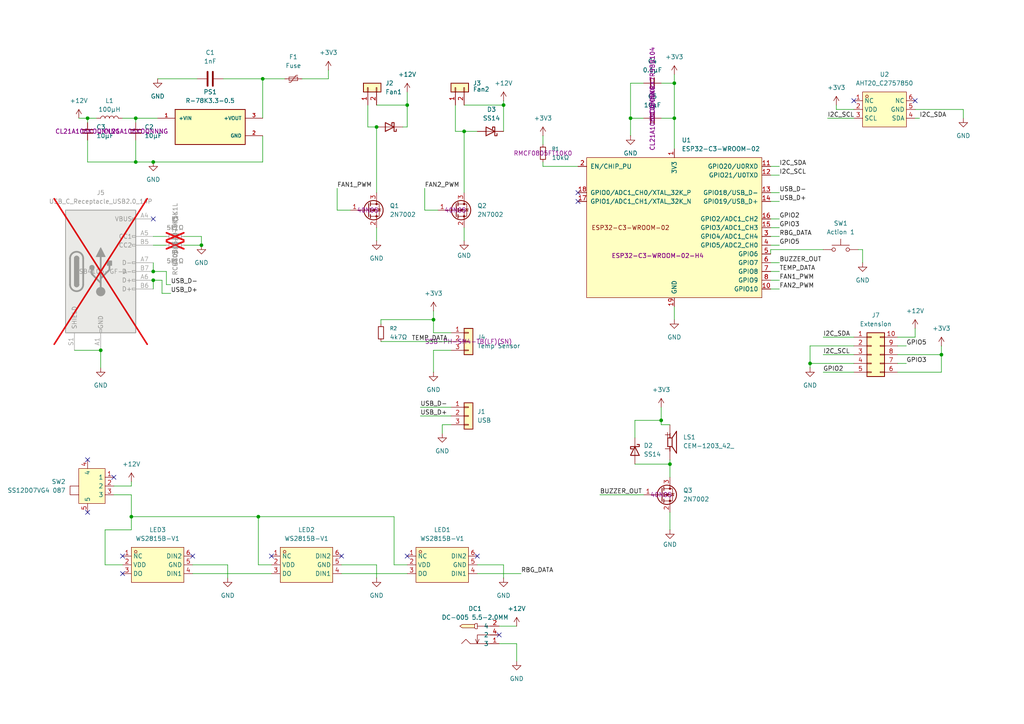
<source format=kicad_sch>
(kicad_sch (version 20250114) (generator "eeschema") (generator_version "9.0")
  (paper "A4")
  (title_block (rev "3"))
  (lib_symbols
    (symbol "CEM-1203_42_:CEM-1203_42_" (pin_numbers (hide yes)) (pin_names (offset 1.016) (hide yes))
      (property "Reference" "LS" (at -3.81 8.9154 0))
      (property "Value" "CEM-1203_42_" (at -3.81 -11.4554 0))
      (symbol "CEM-1203_42__0_0"
        (polyline (pts (xy -0.635 1.27) (xy 0 1.27)) (stroke (width 0.254)))
        (polyline (pts (xy -0.635 -1.27) (xy -0.635 1.27)) (stroke (width 0.254)))
        (polyline (pts (xy 0 1.27) (xy 0 2.54)) (stroke (width 0.254)))
        (polyline (pts (xy 0 1.27) (xy 0.635 1.27)) (stroke (width 0.254)))
        (polyline (pts (xy 0 -1.27) (xy -0.635 -1.27)) (stroke (width 0.254)))
        (polyline (pts (xy 0 -1.27) (xy 0 -2.54)) (stroke (width 0.254)))
        (polyline (pts (xy 0.635 1.27) (xy 0.635 -1.27)) (stroke (width 0.254)))
        (polyline (pts (xy 0.635 1.27) (xy 1.905 3.175)) (stroke (width 0.254)))
        (polyline (pts (xy 0.635 -1.27) (xy 0 -1.27)) (stroke (width 0.254)))
        (polyline (pts (xy 1.905 3.175) (xy 1.905 -3.175)) (stroke (width 0.254)))
        (polyline (pts (xy 1.905 -3.175) (xy 0.635 -1.27)) (stroke (width 0.254)))
        (text "+" (at -1.905 1.27 0) (effects (font (size 1.778 1.778)) (justify left bottom)))
        (text "-" (at -1.905 -2.794 0) (effects (font (size 1.778 1.778)) (justify left bottom)))
        (pin passive line (at 0 5.08 270) (length 2.54) (name "~") (number "P"))
        (pin passive line (at 0 -5.08 90) (length 2.54) (name "~") (number "N"))
      )
    )
    (symbol "Connector:USB_C_Receptacle_USB2.0_14P" (pin_names (offset 1.016))
      (property "Reference" "J" (at 0 22.225 0))
      (property "Value" "USB_C_Receptacle_USB2.0_14P" (at 0 19.685 0))
      (symbol "USB_C_Receptacle_USB2.0_14P_0_0"
        (rectangle (start -0.254 -17.78) (end 0.254 -16.764))
        (rectangle (start 10.16 15.494) (end 9.144 14.986))
        (rectangle (start 10.16 10.414) (end 9.144 9.906))
        (rectangle (start 10.16 7.874) (end 9.144 7.366))
        (rectangle (start 10.16 2.794) (end 9.144 2.286))
        (rectangle (start 10.16 0.254) (end 9.144 -0.254))
        (rectangle (start 10.16 -2.286) (end 9.144 -2.794))
        (rectangle (start 10.16 -4.826) (end 9.144 -5.334))
      )
      (symbol "USB_C_Receptacle_USB2.0_14P_0_1"
        (rectangle (start -10.16 17.78) (end 10.16 -17.78) (stroke (width 0.254)) (fill (type background)))
        (polyline (pts (xy -8.89 -3.81) (xy -8.89 3.81)) (stroke (width 0.508)))
        (rectangle (start -7.62 -3.81) (end -6.35 3.81) (stroke (width 0.254)) (fill (type outline)))
        (arc (start -7.62 3.81) (mid -6.985 4.4423) (end -6.35 3.81) (stroke (width 0.254)))
        (arc (start -7.62 3.81) (mid -6.985 4.4423) (end -6.35 3.81) (stroke (width 0.254)) (fill (type outline)))
        (arc (start -8.89 3.81) (mid -6.985 5.7067) (end -5.08 3.81) (stroke (width 0.508)))
        (arc (start -5.08 -3.81) (mid -6.985 -5.7067) (end -8.89 -3.81) (stroke (width 0.508)))
        (arc (start -6.35 -3.81) (mid -6.985 -4.4423) (end -7.62 -3.81) (stroke (width 0.254)))
        (arc (start -6.35 -3.81) (mid -6.985 -4.4423) (end -7.62 -3.81) (stroke (width 0.254)) (fill (type outline)))
        (polyline (pts (xy -5.08 3.81) (xy -5.08 -3.81)) (stroke (width 0.508)))
        (circle (center -2.54 1.143) (radius 0.635) (stroke (width 0.254)) (fill (type outline)))
        (polyline (pts (xy -1.27 4.318) (xy 0 6.858) (xy 1.27 4.318) (xy -1.27 4.318)) (stroke (width 0.254)) (fill (type outline)))
        (polyline (pts (xy 0 -2.032) (xy 2.54 0.508) (xy 2.54 1.778)) (stroke (width 0.508)))
        (polyline (pts (xy 0 -3.302) (xy -2.54 -0.762) (xy -2.54 0.508)) (stroke (width 0.508)))
        (polyline (pts (xy 0 -5.842) (xy 0 4.318)) (stroke (width 0.508)))
        (circle (center 0 -5.842) (radius 1.27) (fill (type outline)))
        (rectangle (start 1.905 1.778) (end 3.175 3.048) (stroke (width 0.254)) (fill (type outline)))
      )
      (symbol "USB_C_Receptacle_USB2.0_14P_1_1"
        (pin passive line (at -7.62 -22.86 90) (length 5.08) (name "SHIELD") (number "S1"))
        (pin passive line (at 0 -22.86 90) (length 5.08) (name "GND") (number "A1"))
        (pin passive line (at 0 -22.86 90) (length 5.08) (hide yes) (name "GND") (number "A12"))
        (pin passive line (at 0 -22.86 90) (length 5.08) (hide yes) (name "GND") (number "B1"))
        (pin passive line (at 0 -22.86 90) (length 5.08) (hide yes) (name "GND") (number "B12"))
        (pin passive line (at 15.24 15.24 180) (length 5.08) (name "VBUS") (number "A4"))
        (pin passive line (at 15.24 15.24 180) (length 5.08) (hide yes) (name "VBUS") (number "A9"))
        (pin passive line (at 15.24 15.24 180) (length 5.08) (hide yes) (name "VBUS") (number "B4"))
        (pin passive line (at 15.24 15.24 180) (length 5.08) (hide yes) (name "VBUS") (number "B9"))
        (pin bidirectional line (at 15.24 10.16 180) (length 5.08) (name "CC1") (number "A5"))
        (pin bidirectional line (at 15.24 7.62 180) (length 5.08) (name "CC2") (number "B5"))
        (pin bidirectional line (at 15.24 2.54 180) (length 5.08) (name "D-") (number "A7"))
        (pin bidirectional line (at 15.24 0 180) (length 5.08) (name "D-") (number "B7"))
        (pin bidirectional line (at 15.24 -2.54 180) (length 5.08) (name "D+") (number "A6"))
        (pin bidirectional line (at 15.24 -5.08 180) (length 5.08) (name "D+") (number "B6"))
      )
    )
    (symbol "Connector_Generic:Conn_01x02" (pin_names (offset 1.016) (hide yes))
      (property "Reference" "J" (at 0 2.54 0))
      (property "Value" "Conn_01x02" (at 0 -5.08 0))
      (symbol "Conn_01x02_1_1"
        (rectangle (start -1.27 1.27) (end 1.27 -3.81) (stroke (width 0.254)) (fill (type background)))
        (rectangle (start -1.27 0.127) (end 0 -0.127) (stroke (width 0.1524)))
        (rectangle (start -1.27 -2.413) (end 0 -2.667) (stroke (width 0.1524)))
        (pin passive line (at -5.08 0 0) (length 3.81) (name "Pin_1") (number "1"))
        (pin passive line (at -5.08 -2.54 0) (length 3.81) (name "Pin_2") (number "2"))
      )
    )
    (symbol "Connector_Generic:Conn_01x03" (pin_names (offset 1.016) (hide yes))
      (property "Reference" "J" (at 0 5.08 0))
      (property "Value" "Conn_01x03" (at 0 -5.08 0))
      (symbol "Conn_01x03_1_1"
        (rectangle (start -1.27 3.81) (end 1.27 -3.81) (stroke (width 0.254)) (fill (type background)))
        (rectangle (start -1.27 2.667) (end 0 2.413) (stroke (width 0.1524)))
        (rectangle (start -1.27 0.127) (end 0 -0.127) (stroke (width 0.1524)))
        (rectangle (start -1.27 -2.413) (end 0 -2.667) (stroke (width 0.1524)))
        (pin passive line (at -5.08 2.54 0) (length 3.81) (name "Pin_1") (number "1"))
        (pin passive line (at -5.08 0 0) (length 3.81) (name "Pin_2") (number "2"))
        (pin passive line (at -5.08 -2.54 0) (length 3.81) (name "Pin_3") (number "3"))
      )
    )
    (symbol "Connector_Generic:Conn_02x05_Counter_Clockwise" (pin_names (offset 1.016) (hide yes))
      (property "Reference" "J" (at 1.27 7.62 0))
      (property "Value" "Conn_02x05_Counter_Clockwise" (at 1.27 -7.62 0))
      (symbol "Conn_02x05_Counter_Clockwise_1_1"
        (rectangle (start -1.27 6.35) (end 3.81 -6.35) (stroke (width 0.254)) (fill (type background)))
        (rectangle (start -1.27 5.207) (end 0 4.953) (stroke (width 0.1524)))
        (rectangle (start -1.27 2.667) (end 0 2.413) (stroke (width 0.1524)))
        (rectangle (start -1.27 0.127) (end 0 -0.127) (stroke (width 0.1524)))
        (rectangle (start -1.27 -2.413) (end 0 -2.667) (stroke (width 0.1524)))
        (rectangle (start -1.27 -4.953) (end 0 -5.207) (stroke (width 0.1524)))
        (rectangle (start 3.81 5.207) (end 2.54 4.953) (stroke (width 0.1524)))
        (rectangle (start 3.81 2.667) (end 2.54 2.413) (stroke (width 0.1524)))
        (rectangle (start 3.81 0.127) (end 2.54 -0.127) (stroke (width 0.1524)))
        (rectangle (start 3.81 -2.413) (end 2.54 -2.667) (stroke (width 0.1524)))
        (rectangle (start 3.81 -4.953) (end 2.54 -5.207) (stroke (width 0.1524)))
        (pin passive line (at -5.08 5.08 0) (length 3.81) (name "Pin_1") (number "1"))
        (pin passive line (at -5.08 2.54 0) (length 3.81) (name "Pin_2") (number "2"))
        (pin passive line (at -5.08 0 0) (length 3.81) (name "Pin_3") (number "3"))
        (pin passive line (at -5.08 -2.54 0) (length 3.81) (name "Pin_4") (number "4"))
        (pin passive line (at -5.08 -5.08 0) (length 3.81) (name "Pin_5") (number "5"))
        (pin passive line (at 7.62 5.08 180) (length 3.81) (name "Pin_10") (number "10"))
        (pin passive line (at 7.62 2.54 180) (length 3.81) (name "Pin_9") (number "9"))
        (pin passive line (at 7.62 0 180) (length 3.81) (name "Pin_8") (number "8"))
        (pin passive line (at 7.62 -2.54 180) (length 3.81) (name "Pin_7") (number "7"))
        (pin passive line (at 7.62 -5.08 180) (length 3.81) (name "Pin_6") (number "6"))
      )
    )
    (symbol "Device:C" (pin_numbers (hide yes)) (pin_names (offset 0.254))
      (property "Reference" "C" (at 0.635 2.54 0))
      (property "Value" "C" (at 0.635 -2.54 0))
      (symbol "C_0_1"
        (polyline (pts (xy -2.032 0.762) (xy 2.032 0.762)) (stroke (width 0.508)))
        (polyline (pts (xy -2.032 -0.762) (xy 2.032 -0.762)) (stroke (width 0.508)))
      )
      (symbol "C_1_1"
        (pin passive line (at 0 3.81 270) (length 2.794) (name "~") (number "1"))
        (pin passive line (at 0 -3.81 90) (length 2.794) (name "~") (number "2"))
      )
    )
    (symbol "Device:C_Small" (pin_numbers (hide yes)) (pin_names (offset 0.254) (hide yes))
      (property "Reference" "C" (at 0.254 1.778 0))
      (property "Value" "C_Small" (at 0.254 -2.032 0))
      (symbol "C_Small_0_1"
        (polyline (pts (xy -1.524 0.508) (xy 1.524 0.508)) (stroke (width 0.3048)))
        (polyline (pts (xy -1.524 -0.508) (xy 1.524 -0.508)) (stroke (width 0.3302)))
      )
      (symbol "C_Small_1_1"
        (pin passive line (at 0 2.54 270) (length 2.032) (name "~") (number "1"))
        (pin passive line (at 0 -2.54 90) (length 2.032) (name "~") (number "2"))
      )
    )
    (symbol "Device:L" (pin_numbers (hide yes)) (pin_names (offset 1.016) (hide yes))
      (property "Reference" "L" (at -1.27 0 90))
      (property "Value" "L" (at 1.905 0 90))
      (symbol "L_0_1"
        (arc (start 0 2.54) (mid 0.6323 1.905) (end 0 1.27))
        (arc (start 0 1.27) (mid 0.6323 0.635) (end 0 0))
        (arc (start 0 0) (mid 0.6323 -0.635) (end 0 -1.27))
        (arc (start 0 -1.27) (mid 0.6323 -1.905) (end 0 -2.54))
      )
      (symbol "L_1_1"
        (pin passive line (at 0 3.81 270) (length 1.27) (name "1") (number "1"))
        (pin passive line (at 0 -3.81 90) (length 1.27) (name "2") (number "2"))
      )
    )
    (symbol "Device:Polyfuse_Small" (pin_numbers (hide yes)) (pin_names (offset 0))
      (property "Reference" "F" (at -1.905 0 90))
      (property "Value" "Polyfuse_Small" (at 1.905 0 90))
      (symbol "Polyfuse_Small_0_1"
        (polyline (pts (xy -1.016 1.27) (xy -1.016 0.762) (xy 1.016 -0.762) (xy 1.016 -1.27)))
        (rectangle (start -0.508 1.27) (end 0.508 -1.27))
        (polyline (pts (xy 0 2.54) (xy 0 -2.54)))
      )
      (symbol "Polyfuse_Small_1_1"
        (pin passive line (at 0 2.54 270) (length 0.635) (name "~") (number "1"))
        (pin passive line (at 0 -2.54 90) (length 0.635) (name "~") (number "2"))
      )
    )
    (symbol "Device:R_Small" (pin_numbers (hide yes)) (pin_names (offset 0.254) (hide yes))
      (property "Reference" "R" (at 0 0 90))
      (property "Value" "R_Small" (at 1.778 0 90))
      (symbol "R_Small_0_1"
        (rectangle (start -0.762 1.778) (end 0.762 -1.778) (stroke (width 0.2032)))
      )
      (symbol "R_Small_1_1"
        (pin passive line (at 0 2.54 270) (length 0.762) (name "~") (number "1"))
        (pin passive line (at 0 -2.54 90) (length 0.762) (name "~") (number "2"))
      )
    )
    (symbol "Diode:SS14" (pin_numbers (hide yes)) (pin_names (offset 1.016) (hide yes))
      (property "Reference" "D" (at 0 2.54 0))
      (property "Value" "SS14" (at 0 -2.54 0))
      (symbol "SS14_0_1"
        (polyline (pts (xy -1.905 0.635) (xy -1.905 1.27) (xy -1.27 1.27) (xy -1.27 -1.27) (xy -0.635 -1.27) (xy -0.635 -0.635)) (stroke (width 0.254)))
        (polyline (pts (xy 1.27 1.27) (xy 1.27 -1.27) (xy -1.27 0) (xy 1.27 1.27)) (stroke (width 0.254)))
        (polyline (pts (xy 1.27 0) (xy -1.27 0)))
      )
      (symbol "SS14_1_1"
        (pin passive line (at -3.81 0 0) (length 2.54) (name "K") (number "1"))
        (pin passive line (at 3.81 0 180) (length 2.54) (name "A") (number "2"))
      )
    )
    (symbol "PCM_Espressif:ESP32-C3-WROOM-02" (pin_names (offset 1.016))
      (property "Reference" "U" (at -25.4 25.4 0))
      (property "Value" "ESP32-C3-WROOM-02" (at -25.4 22.86 0))
      (symbol "ESP32-C3-WROOM-02_0_0"
        (text "ESP32-C3-WROOM-02" (at -12.7 0 0) (effects (font (size 1.27 1.27))))
      )
      (symbol "ESP32-C3-WROOM-02_0_1"
        (rectangle (start 25.4 20.32) (end -25.4 -20.32) (fill (type background)))
      )
      (symbol "ESP32-C3-WROOM-02_1_1"
        (pin input line (at -27.94 17.78 0) (length 2.54) (name "EN/CHIP_PU") (number "2"))
        (pin bidirectional line (at -27.94 10.16 0) (length 2.54) (name "GPIO0/ADC1_CH0/XTAL_32K_P") (number "18"))
        (pin bidirectional line (at -27.94 7.62 0) (length 2.54) (name "GPIO1/ADC1_CH1/XTAL_32K_N") (number "17"))
        (pin power_in line (at 0 22.86 270) (length 2.54) (name "3V3") (number "1"))
        (pin power_in line (at 0 -22.86 90) (length 2.54) (name "GND") (number "19"))
        (pin passive line (at 0 -22.86 90) (length 2.54) (hide yes) (name "GND") (number "9"))
        (pin bidirectional line (at 27.94 17.78 180) (length 2.54) (name "GPIO20/U0RXD") (number "11"))
        (pin bidirectional line (at 27.94 15.24 180) (length 2.54) (name "GPIO21/U0TXD") (number "12"))
        (pin bidirectional line (at 27.94 10.16 180) (length 2.54) (name "GPIO18/USB_D-") (number "13"))
        (pin bidirectional line (at 27.94 7.62 180) (length 2.54) (name "GPIO19/USB_D+") (number "14"))
        (pin bidirectional line (at 27.94 2.54 180) (length 2.54) (name "GPIO2/ADC1_CH2") (number "16"))
        (pin bidirectional line (at 27.94 0 180) (length 2.54) (name "GPIO3/ADC1_CH3") (number "15"))
        (pin bidirectional line (at 27.94 -2.54 180) (length 2.54) (name "GPIO4/ADC1_CH4") (number "3"))
        (pin bidirectional line (at 27.94 -5.08 180) (length 2.54) (name "GPIO5/ADC2_CH0") (number "4"))
        (pin bidirectional line (at 27.94 -7.62 180) (length 2.54) (name "GPIO6") (number "5"))
        (pin bidirectional line (at 27.94 -10.16 180) (length 2.54) (name "GPIO7") (number "6"))
        (pin bidirectional line (at 27.94 -12.7 180) (length 2.54) (name "GPIO8") (number "7"))
        (pin bidirectional line (at 27.94 -15.24 180) (length 2.54) (name "GPIO9") (number "8"))
        (pin bidirectional line (at 27.94 -17.78 180) (length 2.54) (name "GPIO10") (number "10"))
      )
    )
    (symbol "R-78K3.3-0.5:R-78K3.3-0.5" (pin_names (offset 1.016))
      (property "Reference" "PS" (at -10.16 5.842 0))
      (property "Value" "R-78K3.3-0.5" (at -10.16 -7.62 0))
      (symbol "R-78K3.3-0.5_0_0"
        (rectangle (start -10.16 -5.08) (end 10.16 5.08) (stroke (width 0.254)) (fill (type background)))
        (pin input line (at -15.24 2.54 0) (length 5.08) (name "+VIN") (number "1"))
        (pin output line (at 15.24 2.54 180) (length 5.08) (name "+VOUT") (number "3"))
        (pin power_in line (at 15.24 -2.54 180) (length 5.08) (name "GND") (number "2"))
      )
    )
    (symbol "Switch:SW_Push" (pin_numbers (hide yes)) (pin_names (offset 1.016) (hide yes))
      (property "Reference" "SW" (at 1.27 2.54 0))
      (property "Value" "SW_Push" (at 0 -1.524 0))
      (symbol "SW_Push_0_1"
        (circle (center -2.032 0) (radius 0.508))
        (polyline (pts (xy 0 1.27) (xy 0 3.048)))
        (circle (center 2.032 0) (radius 0.508))
        (polyline (pts (xy 2.54 1.27) (xy -2.54 1.27)))
        (pin passive line (at -5.08 0 0) (length 2.54) (name "1") (number "1"))
        (pin passive line (at 5.08 0 180) (length 2.54) (name "2") (number "2"))
      )
    )
    (symbol "Transistor_FET:2N7002" (pin_names (hide yes))
      (property "Reference" "Q" (at 5.08 1.905 0))
      (property "Value" "2N7002" (at 5.08 0 0))
      (symbol "2N7002_0_1"
        (polyline (pts (xy 0.254 1.905) (xy 0.254 -1.905)) (stroke (width 0.254)))
        (polyline (pts (xy 0.254 0) (xy -2.54 0)))
        (polyline (pts (xy 0.762 2.286) (xy 0.762 1.27)) (stroke (width 0.254)))
        (polyline (pts (xy 0.762 0.508) (xy 0.762 -0.508)) (stroke (width 0.254)))
        (polyline (pts (xy 0.762 -1.27) (xy 0.762 -2.286)) (stroke (width 0.254)))
        (polyline (pts (xy 0.762 -1.778) (xy 3.302 -1.778) (xy 3.302 1.778) (xy 0.762 1.778)))
        (polyline (pts (xy 1.016 0) (xy 2.032 0.381) (xy 2.032 -0.381) (xy 1.016 0)) (fill (type outline)))
        (circle (center 1.651 0) (radius 2.794) (stroke (width 0.254)))
        (polyline (pts (xy 2.54 2.54) (xy 2.54 1.778)))
        (circle (center 2.54 1.778) (radius 0.254) (fill (type outline)))
        (circle (center 2.54 -1.778) (radius 0.254) (fill (type outline)))
        (polyline (pts (xy 2.54 -2.54) (xy 2.54 0) (xy 0.762 0)))
        (polyline (pts (xy 2.794 0.508) (xy 2.921 0.381) (xy 3.683 0.381) (xy 3.81 0.254)))
        (polyline (pts (xy 3.302 0.381) (xy 2.921 -0.254) (xy 3.683 -0.254) (xy 3.302 0.381)))
      )
      (symbol "2N7002_1_1"
        (pin input line (at -5.08 0 0) (length 2.54) (name "G") (number "1"))
        (pin passive line (at 2.54 5.08 270) (length 2.54) (name "D") (number "3"))
        (pin passive line (at 2.54 -5.08 90) (length 2.54) (name "S") (number "2"))
      )
    )
    (symbol "easyeda2kicad:AHT20_C2757850"
      (property "Reference" "U" (at 0 7.62 0))
      (property "Value" "AHT20_C2757850" (at 0 -7.62 0))
      (symbol "AHT20_C2757850_0_1"
        (rectangle (start -6.35 5.08) (end 6.35 -5.08) (fill (type background)))
        (circle (center -5.08 3.81) (radius 0.38))
        (pin unspecified line (at -8.89 2.54 0) (length 2.54) (name "NC") (number "1"))
        (pin unspecified line (at -8.89 0 0) (length 2.54) (name "VDD") (number "2"))
        (pin unspecified line (at -8.89 -2.54 0) (length 2.54) (name "SCL") (number "3"))
        (pin unspecified line (at 8.89 2.54 180) (length 2.54) (name "NC") (number "6"))
        (pin unspecified line (at 8.89 0 180) (length 2.54) (name "GND") (number "5"))
        (pin unspecified line (at 8.89 -2.54 180) (length 2.54) (name "SDA") (number "4"))
      )
    )
    (symbol "easyeda2kicad:DC-0055.5-2.0MM"
      (property "Reference" "DC" (at 0 7.62 0))
      (property "Value" "DC-005 5.5-2.0MM" (at 0 -7.62 0))
      (symbol "DC-0055.5-2.0MM_0_1"
        (polyline (pts (xy -3.3 -2.54) (xy 2.54 -2.54)))
        (polyline (pts (xy -3.3 -2.54) (xy -4.57 -1.27) (xy -5.84 -2.54) (xy -5.84 -2.54)))
        (polyline (pts (xy -2.03 3.05) (xy -2.03 2.03) (xy -5.59 2.03) (xy -6.35 2.54) (xy -5.59 3.05) (xy -2.03 3.05)) (fill (type background)))
        (polyline (pts (xy -2.03 3.05) (xy -1.78 3.3) (xy -1.27 3.3) (xy -1.27 1.78) (xy -1.78 1.78) (xy -2.03 2.03)))
        (polyline (pts (xy -1.27 2.54) (xy 2.54 2.54)))
        (polyline (pts (xy -1.27 -2.54) (xy -0.76 -1.27)))
        (polyline (pts (xy 2.54 0) (xy -1.27 0) (xy -1.27 -2.54) (xy -1.78 -1.27)))
        (pin unspecified line (at 5.08 2.54 180) (length 2.54) (name "4") (number "2"))
        (pin unspecified line (at 5.08 0 180) (length 2.54) (name "2") (number "4"))
        (pin unspecified line (at 5.08 -2.54 180) (length 2.54) (name "3") (number "1"))
      )
    )
    (symbol "easyeda2kicad:SS12D07VG4087"
      (property "Reference" "SW" (at 0 10.16 0))
      (property "Value" "SS12D07VG4 087" (at 0 -7.62 0))
      (symbol "SS12D07VG4087_0_1"
        (rectangle (start -5.08 2.54) (end 5.08 -5.08) (fill (type background)))
        (polyline (pts (xy 0 -5.08) (xy 0 -7.62) (xy 2.54 -7.62) (xy 2.54 -5.08)))
        (pin unspecified line (at -7.62 -2.54 0) (length 2.54) (name "4") (number "4"))
        (pin unspecified line (at -2.54 5.08 270) (length 2.54) (name "1") (number "1"))
        (pin unspecified line (at 0 5.08 270) (length 2.54) (name "2") (number "2"))
        (pin unspecified line (at 2.54 5.08 270) (length 2.54) (name "3") (number "3"))
        (pin unspecified line (at 7.62 -2.54 180) (length 2.54) (name "5") (number "5"))
      )
    )
    (symbol "easyeda2kicad:WS2815B-V1"
      (property "Reference" "LED" (at 0 7.62 0))
      (property "Value" "WS2815B-V1" (at 0 -7.62 0))
      (symbol "WS2815B-V1_0_1"
        (rectangle (start -7.62 5.08) (end 7.62 -5.08) (fill (type background)))
        (circle (center -6.35 3.81) (radius 0.38))
        (pin unspecified line (at -10.16 2.54 0) (length 2.54) (name "NC") (number "1"))
        (pin unspecified line (at -10.16 0 0) (length 2.54) (name "VDD") (number "2"))
        (pin unspecified line (at -10.16 -2.54 0) (length 2.54) (name "DO") (number "3"))
        (pin unspecified line (at 10.16 2.54 180) (length 2.54) (name "DIN2") (number "6"))
        (pin unspecified line (at 10.16 0 180) (length 2.54) (name "GND") (number "5"))
        (pin unspecified line (at 10.16 -2.54 180) (length 2.54) (name "DIN1") (number "4"))
      )
    )
    (symbol "power:+12V" (power) (pin_numbers (hide yes)) (pin_names (offset 0) (hide yes))
      (property "Value" "+12V" (at 0 3.556 0))
      (symbol "+12V_0_1"
        (polyline (pts (xy -0.762 1.27) (xy 0 2.54)))
        (polyline (pts (xy 0 2.54) (xy 0.762 1.27)))
        (polyline (pts (xy 0 0) (xy 0 2.54)))
      )
      (symbol "+12V_1_1"
        (pin power_in line (at 0 0 90) (length 0) (name "~") (number "1"))
      )
    )
    (symbol "power:+3V3" (power) (pin_numbers (hide yes)) (pin_names (offset 0) (hide yes))
      (property "Value" "+3V3" (at 0 3.556 0))
      (symbol "+3V3_0_1"
        (polyline (pts (xy -0.762 1.27) (xy 0 2.54)))
        (polyline (pts (xy 0 2.54) (xy 0.762 1.27)))
        (polyline (pts (xy 0 0) (xy 0 2.54)))
      )
      (symbol "+3V3_1_1"
        (pin power_in line (at 0 0 90) (length 0) (name "~") (number "1"))
      )
    )
    (symbol "power:GND" (power) (pin_numbers (hide yes)) (pin_names (offset 0) (hide yes))
      (property "Value" "GND" (at 0 -3.81 0))
      (symbol "GND_0_1"
        (polyline (pts (xy 0 0) (xy 0 -1.27) (xy 1.27 -1.27) (xy 0 -2.54) (xy -1.27 -1.27) (xy 0 -1.27)))
      )
      (symbol "GND_1_1"
        (pin power_in line (at 0 0 270) (length 0) (name "~") (number "1"))
      )
    )
  )
  (junction (at 125.73 92.71))
  (junction (at 191.77 121.92))
  (junction (at 76.2 22.86))
  (junction (at 44.45 81.28))
  (junction (at 118.11 30.48))
  (junction (at 39.37 34.29))
  (junction (at 29.21 101.6))
  (junction (at 146.05 30.48))
  (junction (at 134.62 38.1))
  (junction (at 195.58 34.29))
  (junction (at 25.4 34.29))
  (junction (at 195.58 24.13))
  (junction (at 39.37 46.99))
  (junction (at 182.88 34.29))
  (junction (at 38.1 149.86))
  (junction (at 234.95 105.41))
  (junction (at 74.93 149.86))
  (junction (at 58.42 71.12))
  (junction (at 44.45 46.99))
  (junction (at 109.22 36.83))
  (junction (at 194.31 134.62))
  (junction (at 44.45 78.74))
  (junction (at 273.05 102.87))
  (no_connect (at 265.43 29.21))
  (no_connect (at 78.74 161.29))
  (no_connect (at 144.78 184.15))
  (no_connect (at 25.4 133.35))
  (no_connect (at 138.43 161.29))
  (no_connect (at 118.11 161.29))
  (no_connect (at 167.64 58.42))
  (no_connect (at 55.88 161.29))
  (no_connect (at 35.56 161.29))
  (no_connect (at 99.06 161.29))
  (no_connect (at 247.65 29.21))
  (no_connect (at 35.56 166.37))
  (no_connect (at 167.64 55.88))
  (no_connect (at 33.02 138.43))
  (no_connect (at 25.4 148.59))
  (no_connect (at 44.45 63.5))
  (wire (pts (xy 30.48 153.67) (xy 38.1 153.67)))
  (wire (pts (xy 118.11 36.83) (xy 116.84 36.83)))
  (wire (pts (xy 240.03 34.29) (xy 247.65 34.29)))
  (wire (pts (xy 39.37 34.29) (xy 39.37 35.56)))
  (wire (pts (xy 99.06 163.83) (xy 109.22 163.83)))
  (wire (pts (xy 114.3 149.86) (xy 114.3 163.83)))
  (wire (pts (xy 191.77 121.92) (xy 191.77 123.19)))
  (wire (pts (xy 123.19 60.96) (xy 127 60.96)))
  (wire (pts (xy 125.73 101.6) (xy 125.73 107.95)))
  (wire (pts (xy 250.19 72.39) (xy 250.19 76.2)))
  (wire (pts (xy 223.52 72.39) (xy 238.76 72.39)))
  (wire (pts (xy 194.31 148.59) (xy 194.31 153.67)))
  (wire (pts (xy 144.78 181.61) (xy 149.86 181.61)))
  (wire (pts (xy 25.4 34.29) (xy 25.4 35.56)))
  (wire (pts (xy 95.25 20.32) (xy 95.25 22.86)))
  (wire (pts (xy 53.34 68.58) (xy 58.42 68.58)))
  (wire (pts (xy 146.05 30.48) (xy 146.05 29.21)))
  (wire (pts (xy 234.95 105.41) (xy 234.95 106.68)))
  (wire (pts (xy 46.99 81.28) (xy 44.45 81.28)))
  (wire (pts (xy 191.77 118.11) (xy 191.77 121.92)))
  (wire (pts (xy 134.62 66.04) (xy 134.62 69.85)))
  (wire (pts (xy 144.78 186.69) (xy 149.86 186.69)))
  (wire (pts (xy 48.26 82.55) (xy 49.53 82.55)))
  (wire (pts (xy 279.4 31.75) (xy 279.4 34.29)))
  (wire (pts (xy 182.88 34.29) (xy 182.88 39.37)))
  (wire (pts (xy 25.4 40.64) (xy 25.4 46.99)))
  (wire (pts (xy 76.2 46.99) (xy 44.45 46.99)))
  (wire (pts (xy 248.92 72.39) (xy 250.19 72.39)))
  (wire (pts (xy 146.05 163.83) (xy 146.05 167.64)))
  (wire (pts (xy 22.86 34.29) (xy 25.4 34.29)))
  (wire (pts (xy 260.35 97.79) (xy 265.43 97.79)))
  (wire (pts (xy 238.76 107.95) (xy 247.65 107.95)))
  (wire (pts (xy 138.43 163.83) (xy 146.05 163.83)))
  (wire (pts (xy 33.02 140.97) (xy 38.1 140.97)))
  (wire (pts (xy 106.68 36.83) (xy 109.22 36.83)))
  (wire (pts (xy 123.19 54.61) (xy 123.19 60.96)))
  (wire (pts (xy 39.37 46.99) (xy 44.45 46.99)))
  (wire (pts (xy 39.37 40.64) (xy 39.37 46.99)))
  (wire (pts (xy 260.35 105.41) (xy 262.89 105.41)))
  (wire (pts (xy 273.05 107.95) (xy 273.05 102.87)))
  (wire (pts (xy 30.48 163.83) (xy 35.56 163.83)))
  (wire (pts (xy 76.2 22.86) (xy 82.55 22.86)))
  (wire (pts (xy 46.99 85.09) (xy 49.53 85.09)))
  (wire (pts (xy 260.35 102.87) (xy 273.05 102.87)))
  (wire (pts (xy 157.48 39.37) (xy 157.48 41.91)))
  (wire (pts (xy 21.59 101.6) (xy 29.21 101.6)))
  (wire (pts (xy 97.79 54.61) (xy 97.79 60.96)))
  (wire (pts (xy 125.73 96.52) (xy 125.73 92.71)))
  (wire (pts (xy 242.57 31.75) (xy 247.65 31.75)))
  (wire (pts (xy 195.58 24.13) (xy 195.58 34.29)))
  (wire (pts (xy 38.1 149.86) (xy 38.1 143.51)))
  (wire (pts (xy 223.52 66.04) (xy 226.06 66.04)))
  (wire (pts (xy 157.48 46.99) (xy 157.48 48.26)))
  (wire (pts (xy 223.52 73.66) (xy 223.52 72.39)))
  (wire (pts (xy 97.79 60.96) (xy 101.6 60.96)))
  (wire (pts (xy 260.35 107.95) (xy 273.05 107.95)))
  (wire (pts (xy 173.99 143.51) (xy 186.69 143.51)))
  (wire (pts (xy 30.48 153.67) (xy 30.48 163.83)))
  (wire (pts (xy 234.95 105.41) (xy 247.65 105.41)))
  (wire (pts (xy 149.86 191.77) (xy 149.86 186.69)))
  (wire (pts (xy 238.76 102.87) (xy 247.65 102.87)))
  (wire (pts (xy 29.21 101.6) (xy 29.21 106.68)))
  (wire (pts (xy 184.15 134.62) (xy 194.31 134.62)))
  (wire (pts (xy 138.43 166.37) (xy 151.13 166.37)))
  (wire (pts (xy 55.88 163.83) (xy 66.04 163.83)))
  (wire (pts (xy 76.2 22.86) (xy 76.2 34.29)))
  (wire (pts (xy 74.93 163.83) (xy 78.74 163.83)))
  (wire (pts (xy 223.52 78.74) (xy 226.06 78.74)))
  (wire (pts (xy 114.3 163.83) (xy 118.11 163.83)))
  (wire (pts (xy 260.35 100.33) (xy 262.89 100.33)))
  (wire (pts (xy 38.1 139.7) (xy 38.1 140.97)))
  (wire (pts (xy 64.77 22.86) (xy 76.2 22.86)))
  (wire (pts (xy 191.77 24.13) (xy 195.58 24.13)))
  (wire (pts (xy 44.45 68.58) (xy 48.26 68.58)))
  (wire (pts (xy 182.88 24.13) (xy 182.88 34.29)))
  (wire (pts (xy 110.49 92.71) (xy 125.73 92.71)))
  (wire (pts (xy 134.62 30.48) (xy 146.05 30.48)))
  (wire (pts (xy 186.69 24.13) (xy 182.88 24.13)))
  (wire (pts (xy 109.22 163.83) (xy 109.22 167.64)))
  (wire (pts (xy 44.45 81.28) (xy 44.45 83.82)))
  (wire (pts (xy 35.56 34.29) (xy 39.37 34.29)))
  (wire (pts (xy 223.52 58.42) (xy 226.06 58.42)))
  (wire (pts (xy 265.43 31.75) (xy 279.4 31.75)))
  (wire (pts (xy 109.22 30.48) (xy 118.11 30.48)))
  (wire (pts (xy 125.73 92.71) (xy 125.73 90.17)))
  (wire (pts (xy 38.1 153.67) (xy 38.1 149.86)))
  (wire (pts (xy 128.27 123.19) (xy 130.81 123.19)))
  (wire (pts (xy 74.93 149.86) (xy 74.93 163.83)))
  (wire (pts (xy 223.52 81.28) (xy 226.06 81.28)))
  (wire (pts (xy 114.3 149.86) (xy 74.93 149.86)))
  (wire (pts (xy 223.52 71.12) (xy 226.06 71.12)))
  (wire (pts (xy 223.52 55.88) (xy 226.06 55.88)))
  (wire (pts (xy 265.43 34.29) (xy 266.7 34.29)))
  (wire (pts (xy 265.43 97.79) (xy 265.43 95.25)))
  (wire (pts (xy 273.05 102.87) (xy 273.05 100.33)))
  (wire (pts (xy 247.65 100.33) (xy 234.95 100.33)))
  (wire (pts (xy 44.45 71.12) (xy 48.26 71.12)))
  (wire (pts (xy 146.05 38.1) (xy 146.05 30.48)))
  (wire (pts (xy 132.08 30.48) (xy 132.08 38.1)))
  (wire (pts (xy 238.76 97.79) (xy 247.65 97.79)))
  (wire (pts (xy 194.31 134.62) (xy 194.31 138.43)))
  (wire (pts (xy 191.77 123.19) (xy 194.31 123.19)))
  (wire (pts (xy 48.26 82.55) (xy 48.26 78.74)))
  (wire (pts (xy 234.95 100.33) (xy 234.95 105.41)))
  (wire (pts (xy 223.52 63.5) (xy 226.06 63.5)))
  (wire (pts (xy 118.11 30.48) (xy 118.11 36.83)))
  (wire (pts (xy 223.52 83.82) (xy 226.06 83.82)))
  (wire (pts (xy 45.72 22.86) (xy 57.15 22.86)))
  (wire (pts (xy 130.81 96.52) (xy 125.73 96.52)))
  (wire (pts (xy 223.52 68.58) (xy 226.06 68.58)))
  (wire (pts (xy 195.58 34.29) (xy 195.58 43.18)))
  (wire (pts (xy 134.62 38.1) (xy 134.62 55.88)))
  (wire (pts (xy 223.52 76.2) (xy 226.06 76.2)))
  (wire (pts (xy 53.34 71.12) (xy 58.42 71.12)))
  (wire (pts (xy 186.69 34.29) (xy 182.88 34.29)))
  (wire (pts (xy 157.48 48.26) (xy 167.64 48.26)))
  (wire (pts (xy 55.88 166.37) (xy 78.74 166.37)))
  (wire (pts (xy 38.1 143.51) (xy 33.02 143.51)))
  (wire (pts (xy 25.4 46.99) (xy 39.37 46.99)))
  (wire (pts (xy 76.2 39.37) (xy 76.2 46.99)))
  (wire (pts (xy 121.92 120.65) (xy 130.81 120.65)))
  (wire (pts (xy 128.27 125.73) (xy 128.27 123.19)))
  (wire (pts (xy 106.68 30.48) (xy 106.68 36.83)))
  (wire (pts (xy 242.57 30.48) (xy 242.57 31.75)))
  (wire (pts (xy 121.92 118.11) (xy 130.81 118.11)))
  (wire (pts (xy 191.77 34.29) (xy 195.58 34.29)))
  (wire (pts (xy 74.93 149.86) (xy 38.1 149.86)))
  (wire (pts (xy 110.49 99.06) (xy 130.81 99.06)))
  (wire (pts (xy 48.26 78.74) (xy 44.45 78.74)))
  (wire (pts (xy 184.15 121.92) (xy 184.15 127)))
  (wire (pts (xy 110.49 93.98) (xy 110.49 92.71)))
  (wire (pts (xy 195.58 88.9) (xy 195.58 92.71)))
  (wire (pts (xy 195.58 21.59) (xy 195.58 24.13)))
  (wire (pts (xy 223.52 48.26) (xy 226.06 48.26)))
  (wire (pts (xy 46.99 85.09) (xy 46.99 81.28)))
  (wire (pts (xy 66.04 163.83) (xy 66.04 167.64)))
  (wire (pts (xy 58.42 68.58) (xy 58.42 71.12)))
  (wire (pts (xy 39.37 34.29) (xy 45.72 34.29)))
  (wire (pts (xy 130.81 101.6) (xy 125.73 101.6)))
  (wire (pts (xy 99.06 166.37) (xy 118.11 166.37)))
  (wire (pts (xy 118.11 26.67) (xy 118.11 30.48)))
  (wire (pts (xy 44.45 76.2) (xy 44.45 78.74)))
  (wire (pts (xy 25.4 34.29) (xy 27.94 34.29)))
  (wire (pts (xy 138.43 38.1) (xy 134.62 38.1)))
  (wire (pts (xy 109.22 66.04) (xy 109.22 69.85)))
  (wire (pts (xy 109.22 36.83) (xy 109.22 55.88)))
  (wire (pts (xy 184.15 121.92) (xy 191.77 121.92)))
  (wire (pts (xy 132.08 38.1) (xy 134.62 38.1)))
  (wire (pts (xy 87.63 22.86) (xy 95.25 22.86)))
  (wire (pts (xy 194.31 133.35) (xy 194.31 134.62)))
  (wire (pts (xy 223.52 50.8) (xy 226.06 50.8)))
  (label "RBG_DATA" (at 151.13 166.37 0))
  (label "BUZZER_OUT" (at 226.06 76.2 0))
  (label "GPIO5" (at 262.89 100.33 0))
  (label "I2C_SCL" (at 240.03 34.29 0))
  (label "I2C_SDA" (at 226.06 48.26 0))
  (label "USB_D-" (at 49.53 82.55 0))
  (label "I2C_SDA" (at 266.7 34.29 0))
  (label "TEMP_DATA" (at 119.38 99.06 0))
  (label "USB_D+" (at 226.06 58.42 0))
  (label "USB_D+" (at 121.92 120.65 0))
  (label "FAN1_PWM" (at 226.06 81.28 0))
  (label "I2C_SCL" (at 238.76 102.87 0))
  (label "GPIO2" (at 238.76 107.95 0))
  (label "USB_D-" (at 121.92 118.11 0))
  (label "GPIO3" (at 226.06 66.04 0))
  (label "I2C_SDA" (at 238.76 97.79 0))
  (label "USB_D-" (at 226.06 55.88 0))
  (label "GPIO3" (at 262.89 105.41 0))
  (label "RBG_DATA" (at 226.06 68.58 0))
  (label "USB_D+" (at 49.53 85.09 0))
  (label "FAN2_PWM" (at 226.06 83.82 0))
  (label "FAN2_PWM" (at 123.19 54.61 0))
  (label "I2C_SCL" (at 226.06 50.8 0))
  (label "TEMP_DATA" (at 226.06 78.74 0))
  (label "BUZZER_OUT" (at 173.99 143.51 0))
  (label "GPIO2" (at 226.06 63.5 0))
  (label "FAN1_PWM" (at 97.79 54.61 0))
  (label "GPIO5" (at 226.06 71.12 0))
  (symbol (lib_id "Device:C_Small") (at 189.23 24.13 90) (unit 1)
    (property "Reference" "C4" (at 189.2363 17.78 90))
    (property "Value" "0.1µF" (at 189.2363 20.32 90))
    (property "Footprint" "Capacitor_SMD:C_0805_2012Metric" (effects (hide yes)))
    (property "Description" "Unpolarized capacitor, small symbol" (effects (hide yes)))
    (property "MP" "CC0805KRX7R9BB104" (at 189.23 24.13 0))
  )
  (symbol (lib_id "Device:Polyfuse_Small") (at 85.09 22.86 90) (unit 1)
    (property "Reference" "F1" (at 85.09 16.51 90))
    (property "Value" "Fuse" (at 85.09 19.05 90))
    (property "Footprint" "Fuse:Fuse_1206_3216Metric" (effects (hide yes)))
    (property "Description" "Resettable fuse, polymeric positive temperature coefficient, small symbol" (effects (hide yes)))
  )
  (symbol (lib_id "Diode:SS14") (at 142.24 38.1 180) (unit 1)
    (property "Reference" "D3" (at 142.5575 31.75 0))
    (property "Value" "SS14" (at 142.5575 34.29 0))
    (property "Footprint" "Diode_SMD:D_SMA" (effects (hide yes)))
    (property "Datasheet" "https://www.vishay.com/docs/88746/ss12.pdf" (effects (hide yes)))
    (property "Description" "40V 1A Schottky Diode, SMA" (effects (hide yes)))
  )
  (symbol (lib_id "easyeda2kicad:WS2815B-V1") (at 128.27 163.83 0) (unit 1)
    (property "Reference" "LED1" (at 128.27 153.67 0))
    (property "Value" "WS2815B-V1" (at 128.27 156.21 0))
    (property "Footprint" "easyeda2kicad:LED-SMD_6P-L5.0-W5.0-P1.60-LS5.4-BR" (effects (hide yes)))
    (property "LCSC Part" "C5446699" (effects (hide yes)))
  )
  (symbol (lib_id "Device:L") (at 31.75 34.29 90) (unit 1)
    (property "Reference" "L1" (at 31.75 29.21 90))
    (property "Value" "100µH" (at 31.75 31.75 90))
    (property "Footprint" "easyeda2kicad:IND-SMD_L7.8-W7.0-A" (effects (hide yes)))
    (property "Description" "Inductor" (effects (hide yes)))
  )
  (symbol (lib_id "power:+12V") (at 38.1 139.7 0) (unit 1)
    (property "Reference" "#PWR021" (effects (hide yes)))
    (property "Value" "+12V" (at 38.1 134.62 0))
    (property "Description" "Power symbol creates a global label with name \"+12V\"" (effects (hide yes)))
  )
  (symbol (lib_id "power:GND") (at 45.72 22.86 0) (unit 1)
    (property "Reference" "#PWR022" (effects (hide yes)))
    (property "Value" "GND" (at 45.72 27.94 0))
    (property "Description" "Power symbol creates a global label with name \"GND\" , ground" (effects (hide yes)))
  )
  (symbol (lib_id "power:+12V") (at 146.05 29.21 0) (unit 1)
    (property "Reference" "#PWR013" (effects (hide yes)))
    (property "Value" "+12V" (at 146.05 24.13 0))
    (property "Description" "Power symbol creates a global label with name \"+12V\"" (effects (hide yes)))
  )
  (symbol (lib_id "power:+3V3") (at 195.58 21.59 0) (unit 1)
    (property "Reference" "#PWR06" (effects (hide yes)))
    (property "Value" "+3V3" (at 195.58 16.51 0))
    (property "Description" "Power symbol creates a global label with name \"+3V3\"" (effects (hide yes)))
  )
  (symbol (lib_id "Connector_Generic:Conn_01x03") (at 135.89 99.06 0) (unit 1)
    (property "Reference" "J4" (at 138.43 97.7899 0) (effects (justify left)))
    (property "Value" "Temp Sensor" (at 138.43 100.3299 0) (effects (justify left)))
    (property "Footprint" "Connector_JST:JST_PH_S3B-PH-SM4-TB_1x03-1MP_P2.00mm_Horizontal" (effects (hide yes)))
    (property "Description" "Generic connector, single row, 01x03, script generated (kicad-library-utils/schlib/autogen/connector/)" (effects (hide yes)))
    (property "MP" "S3B-PH-SM4-TB(LF)(SN)" (at 135.89 99.06 0))
  )
  (symbol (lib_id "Device:R_Small") (at 110.49 96.52 0) (unit 1)
    (property "Reference" "R2" (at 113.03 95.2499 0) (effects (font (size 1.016 1.016)) (justify left)))
    (property "Value" "4k7Ω" (at 113.03 97.7899 0) (effects (justify left)))
    (property "Footprint" "Resistor_SMD:R_0805_2012Metric" (effects (hide yes)))
    (property "Description" "Resistor, small symbol" (effects (hide yes)))
  )
  (symbol (lib_id "power:+3V3") (at 242.57 30.48 0) (unit 1)
    (property "Reference" "#PWR030" (effects (hide yes)))
    (property "Value" "+3V3" (at 242.57 25.4 0))
    (property "Description" "Power symbol creates a global label with name \"+3V3\"" (effects (hide yes)))
  )
  (symbol (lib_id "power:GND") (at 134.62 69.85 0) (unit 1)
    (property "Reference" "#PWR011" (effects (hide yes)))
    (property "Value" "GND" (at 134.62 74.1053 0))
    (property "Description" "Power symbol creates a global label with name \"GND\" , ground" (effects (hide yes)))
  )
  (symbol (lib_id "easyeda2kicad:WS2815B-V1") (at 88.9 163.83 0) (unit 1)
    (property "Reference" "LED2" (at 88.9 153.67 0))
    (property "Value" "WS2815B-V1" (at 88.9 156.21 0))
    (property "Footprint" "easyeda2kicad:LED-SMD_6P-L5.0-W5.0-P1.60-LS5.4-BR" (effects (hide yes)))
    (property "LCSC Part" "C5446699" (effects (hide yes)))
  )
  (symbol (lib_id "power:GND") (at 146.05 167.64 0) (unit 1)
    (property "Reference" "#PWR018" (effects (hide yes)))
    (property "Value" "GND" (at 146.05 172.72 0))
    (property "Description" "Power symbol creates a global label with name \"GND\" , ground" (effects (hide yes)))
  )
  (symbol (lib_id "Connector_Generic:Conn_01x03") (at 135.89 120.65 0) (unit 1)
    (property "Reference" "J1" (at 138.43 119.3799 0) (effects (justify left)))
    (property "Value" "USB" (at 138.43 121.9199 0) (effects (justify left)))
    (property "Footprint" "Connector_PinHeader_2.54mm:PinHeader_1x03_P2.54mm_Vertical" (effects (hide yes)))
    (property "Description" "Generic connector, single row, 01x03, script generated (kicad-library-utils/schlib/autogen/connector/)" (effects (hide yes)))
  )
  (symbol (lib_id "power:GND") (at 279.4 34.29 0) (unit 1)
    (property "Reference" "#PWR023" (effects (hide yes)))
    (property "Value" "GND" (at 279.4 39.37 0))
    (property "Description" "Power symbol creates a global label with name \"GND\" , ground" (effects (hide yes)))
  )
  (symbol (lib_id "PCM_Espressif:ESP32-C3-WROOM-02") (at 195.58 66.04 0) (unit 1)
    (property "Reference" "U1" (at 197.7233 40.64 0) (effects (justify left)))
    (property "Value" "ESP32-C3-WROOM-02" (at 197.7233 43.18 0) (effects (justify left)))
    (property "Footprint" "PCM_Espressif:ESP32-C3-WROOM-02" (effects (hide yes)))
    (property "Datasheet" "https://www.espressif.com/sites/default/files/documentation/esp32-c3-wroom-02_datasheet_en.pdf" (effects (hide yes)))
    (property "Description" "ESP32-C3-WROOM-02 is a general-purpose Wi-Fi and Bluetooth LE module. This module features a rich set of peripherals and high performance, which makes it an ideal choice for smart home, industrial automation, health care, consumer electronics, etc." (effects (hide yes)))
    (property "MP" "ESP32-C3-WROOM-02-H4" (at 190.754 74.168 0))
  )
  (symbol (lib_id "power:GND") (at 194.31 153.67 0) (unit 1)
    (property "Reference" "#PWR016" (effects (hide yes)))
    (property "Value" "GND" (at 194.31 157.9253 0))
    (property "Description" "Power symbol creates a global label with name \"GND\" , ground" (effects (hide yes)))
  )
  (symbol (lib_id "CEM-1203_42_:CEM-1203_42_") (at 194.31 128.27 0) (unit 1)
    (property "Reference" "LS1" (at 198.12 126.7934 0) (effects (justify left)))
    (property "Value" "CEM-1203_42_" (at 198.12 129.3334 0) (effects (justify left)))
    (property "Footprint" "VEML7700_TR:CUI_CEM-1203_42_" (effects (hide yes)))
    (property "MF" "CUI" (effects (hide yes)))
    (property "DESCRIPTION" "Audio Magnetic 3Vo-p 5Vo-p 35mA 3.5Vo-p 85dBA Wire Lead Through Hole Tray" (effects (hide yes)))
    (property "PACKAGE" "CUI" (effects (hide yes)))
    (property "PRICE" "0.49 USD" (effects (hide yes)))
    (property "MP" "CEM-1203_42_" (effects (hide yes)))
    (property "AVAILABILITY" "Good" (effects (hide yes)))
  )
  (symbol (lib_id "power:GND") (at 234.95 106.68 0) (unit 1)
    (property "Reference" "#PWR028" (effects (hide yes)))
    (property "Value" "GND" (at 234.95 111.76 0))
    (property "Description" "Power symbol creates a global label with name \"GND\" , ground" (effects (hide yes)))
  )
  (symbol (lib_id "Switch:SW_Push") (at 243.84 72.39 0) (unit 1)
    (property "Reference" "SW1" (at 243.84 64.77 0))
    (property "Value" "Action 1" (at 243.84 67.31 0))
    (property "Footprint" "TS04-66-43-BK-100-SMT:SW_TS04-66-43-BK-100-SMT" (effects (hide yes)))
    (property "Description" "Push button switch, generic, two pins" (effects (hide yes)))
  )
  (symbol (lib_id "easyeda2kicad:SS12D07VG4087") (at 27.94 140.97 270) (unit 1)
    (property "Reference" "SW2" (at 19.05 139.6999 90) (effects (justify right)))
    (property "Value" "SS12D07VG4 087" (at 19.05 142.2399 90) (effects (justify right)))
    (property "Footprint" "easyeda2kicad:SW-TH_SS12D07VG4" (effects (hide yes)))
    (property "LCSC Part" "C2939726" (effects (hide yes)))
  )
  (symbol (lib_id "power:GND") (at 29.21 106.68 0) (unit 1)
    (property "Reference" "#PWR024" (effects (hide yes)))
    (property "Value" "GND" (at 29.21 111.76 0))
    (property "Description" "Power symbol creates a global label with name \"GND\" , ground" (effects (hide yes)))
  )
  (symbol (lib_id "power:GND") (at 125.73 107.95 0) (unit 1)
    (property "Reference" "#PWR015" (effects (hide yes)))
    (property "Value" "GND" (at 125.73 113.03 0))
    (property "Description" "Power symbol creates a global label with name \"GND\" , ground" (effects (hide yes)))
  )
  (symbol (lib_id "power:+12V") (at 22.86 34.29 0) (unit 1)
    (property "Reference" "#PWR03" (effects (hide yes)))
    (property "Value" "+12V" (at 22.86 29.21 0))
    (property "Description" "Power symbol creates a global label with name \"+12V\"" (effects (hide yes)))
  )
  (symbol (lib_id "power:GND") (at 149.86 191.77 0) (unit 1)
    (property "Reference" "#PWR02" (effects (hide yes)))
    (property "Value" "GND" (at 149.86 196.85 0))
    (property "Description" "Power symbol creates a global label with name \"GND\" , ground" (effects (hide yes)))
  )
  (symbol (lib_id "power:+12V") (at 118.11 26.67 0) (unit 1)
    (property "Reference" "#PWR012" (effects (hide yes)))
    (property "Value" "+12V" (at 118.11 21.59 0))
    (property "Description" "Power symbol creates a global label with name \"+12V\"" (effects (hide yes)))
  )
  (symbol (lib_id "R-78K3.3-0.5:R-78K3.3-0.5") (at 60.96 36.83 0) (unit 1)
    (property "Reference" "PS1" (at 60.96 26.67 0))
    (property "Value" "R-78K3.3-0.5" (at 60.96 29.21 0))
    (property "Footprint" "VEML7700_TR:CONV_R-78K3.3-0.5" (effects (hide yes)))
    (property "MF" "Recom Power" (effects (hide yes)))
    (property "MAXIMUM_PACKAGE_HEIGHT" "10.7mm" (effects (hide yes)))
    (property "Package" "None" (effects (hide yes)))
    (property "Price" "None" (effects (hide yes)))
    (property "Check_prices" "https://www.snapeda.com/parts/R-78K3.3-0.5/Recom+Power/view-part/?ref=eda" (effects (hide yes)))
    (property "STANDARD" "IPC-7351B" (effects (hide yes)))
    (property "PARTREV" "0/2023" (effects (hide yes)))
    (property "SnapEDA_Link" "https://www.snapeda.com/parts/R-78K3.3-0.5/Recom+Power/view-part/?ref=snap" (effects (hide yes)))
    (property "MP" "R-78K3.3-0.5" (effects (hide yes)))
    (property "Description_1" "DC-DC Converter, 1 Output, 4.5-36Vin, 3.3V/0.5A Output, SIP3, R-78K-0.5 Series | RECOM Power Inc. R-78K3.3-0.5" (effects (hide yes)))
    (property "MANUFACTURER" "Recom Power" (effects (hide yes)))
    (property "Availability" "In Stock" (effects (hide yes)))
    (property "SNAPEDA_PN" "R-78K5.0-1.0" (effects (hide yes)))
  )
  (symbol (lib_id "power:+12V") (at 265.43 95.25 0) (unit 1)
    (property "Reference" "#PWR031" (effects (hide yes)))
    (property "Value" "+12V" (at 265.43 90.17 0))
    (property "Description" "Power symbol creates a global label with name \"+12V\"" (effects (hide yes)))
  )
  (symbol (lib_id "Device:R_Small") (at 50.8 71.12 270) (unit 1) (dnp yes)
    (property "Reference" "R4" (at 50.8 73.152 90) (effects (font (size 1.016 1.016))))
    (property "Value" "5k1Ω" (at 50.8 75.692 90))
    (property "Footprint" "Resistor_SMD:R_0805_2012Metric" (effects (hide yes)))
    (property "Description" "Resistor, small symbol" (effects (hide yes)))
    (property "MP" " RC0805JR-075K1L" (at 50.8 71.12 0))
  )
  (symbol (lib_id "power:GND") (at 58.42 71.12 0) (unit 1)
    (property "Reference" "#PWR025" (effects (hide yes)))
    (property "Value" "GND" (at 58.42 76.2 0))
    (property "Description" "Power symbol creates a global label with name \"GND\" , ground" (effects (hide yes)))
  )
  (symbol (lib_id "easyeda2kicad:DC-0055.5-2.0MM") (at 139.7 184.15 0) (unit 1)
    (property "Reference" "DC1" (at 137.795 176.53 0))
    (property "Value" "DC-005 5.5-2.0MM" (at 137.795 179.07 0))
    (property "Footprint" "easyeda2kicad:DC-IN-TH_DC-5520-1" (effects (hide yes)))
    (property "Datasheet" "https://lcsc.com/product-detail/DC-Connectors_DC-005-5-5-2-0MM_C16214.html" (effects (hide yes)))
    (property "LCSC Part" "C16214" (effects (hide yes)))
  )
  (symbol (lib_id "power:+3V3") (at 191.77 118.11 0) (unit 1)
    (property "Reference" "#PWR017" (effects (hide yes)))
    (property "Value" "+3V3" (at 191.77 113.03 0))
    (property "Description" "Power symbol creates a global label with name \"+3V3\"" (effects (hide yes)))
  )
  (symbol (lib_id "Diode:SS14") (at 184.15 130.81 270) (unit 1)
    (property "Reference" "D2" (at 186.69 129.2224 90) (effects (justify left)))
    (property "Value" "SS14" (at 186.69 131.7624 90) (effects (justify left)))
    (property "Footprint" "Diode_SMD:D_SMA" (effects (hide yes)))
    (property "Datasheet" "https://www.vishay.com/docs/88746/ss12.pdf" (effects (hide yes)))
    (property "Description" "40V 1A Schottky Diode, SMA" (effects (hide yes)))
  )
  (symbol (lib_id "power:+3V3") (at 95.25 20.32 0) (unit 1)
    (property "Reference" "#PWR05" (effects (hide yes)))
    (property "Value" "+3V3" (at 95.25 15.24 0))
    (property "Description" "Power symbol creates a global label with name \"+3V3\"" (effects (hide yes)))
  )
  (symbol (lib_id "power:GND") (at 250.19 76.2 0) (unit 1)
    (property "Reference" "#PWR026" (effects (hide yes)))
    (property "Value" "GND" (at 250.19 81.28 0))
    (property "Description" "Power symbol creates a global label with name \"GND\" , ground" (effects (hide yes)))
  )
  (symbol (lib_id "power:GND") (at 195.58 92.71 0) (unit 1)
    (property "Reference" "#PWR09" (effects (hide yes)))
    (property "Value" "GND" (at 195.58 97.79 0))
    (property "Description" "Power symbol creates a global label with name \"GND\" , ground" (effects (hide yes)))
  )
  (symbol (lib_id "power:GND") (at 128.27 125.73 0) (unit 1)
    (property "Reference" "#PWR027" (effects (hide yes)))
    (property "Value" "GND" (at 128.27 130.81 0))
    (property "Description" "Power symbol creates a global label with name \"GND\" , ground" (effects (hide yes)))
  )
  (symbol (lib_id "power:GND") (at 66.04 167.64 0) (unit 1)
    (property "Reference" "#PWR020" (effects (hide yes)))
    (property "Value" "GND" (at 66.04 172.72 0))
    (property "Description" "Power symbol creates a global label with name \"GND\" , ground" (effects (hide yes)))
  )
  (symbol (lib_id "Device:C_Small") (at 25.4 38.1 0) (unit 1)
    (property "Reference" "C3" (at 27.94 36.8362 0) (effects (justify left)))
    (property "Value" "10µF" (at 27.94 39.3762 0) (effects (justify left)))
    (property "Footprint" "Capacitor_SMD:C_0805_2012Metric" (effects (hide yes)))
    (property "Description" "Unpolarized capacitor, small symbol" (effects (hide yes)))
    (property "MP" "CL21A106KOQNNNG" (at 25.4 38.1 0))
  )
  (symbol (lib_id "Diode:SS14") (at 113.03 36.83 180) (unit 1)
    (property "Reference" "D4" (effects (hide yes)))
    (property "Value" "SS14" (effects (hide yes)))
    (property "Footprint" "Diode_SMD:D_SMA" (effects (hide yes)))
    (property "Datasheet" "https://www.vishay.com/docs/88746/ss12.pdf" (effects (hide yes)))
    (property "Description" "40V 1A Schottky Diode, SMA" (effects (hide yes)))
  )
  (symbol (lib_id "Transistor_FET:2N7002") (at 191.77 143.51 0) (unit 1)
    (property "Reference" "Q3" (at 198.12 142.2399 0) (effects (justify left)))
    (property "Value" "2N7002" (at 198.12 144.7799 0) (effects (justify left)))
    (property "Footprint" "Package_TO_SOT_SMD:SOT-23" (effects (hide yes)))
    (property "Datasheet" "https://www.onsemi.com/pub/Collateral/NDS7002A-D.PDF" (effects (hide yes)))
    (property "Description" "0.115A Id, 60V Vds, N-Channel MOSFET, SOT-23" (effects (hide yes)))
    (property "MP" "40N05" (at 191.77 143.51 0))
  )
  (symbol (lib_id "Transistor_FET:2N7002") (at 106.68 60.96 0) (unit 1)
    (property "Reference" "Q1" (at 113.03 59.6899 0) (effects (justify left)))
    (property "Value" "2N7002" (at 113.03 62.2299 0) (effects (justify left)))
    (property "Footprint" "Package_TO_SOT_SMD:SOT-23" (effects (hide yes)))
    (property "Datasheet" "https://www.onsemi.com/pub/Collateral/NDS7002A-D.PDF" (effects (hide yes)))
    (property "Description" "0.115A Id, 60V Vds, N-Channel MOSFET, SOT-23" (effects (hide yes)))
    (property "MP" "40N05" (at 106.68 60.96 0))
  )
  (symbol (lib_id "power:+12V") (at 149.86 181.61 0) (unit 1)
    (property "Reference" "#PWR01" (effects (hide yes)))
    (property "Value" "+12V" (at 149.86 176.53 0))
    (property "Description" "Power symbol creates a global label with name \"+12V\"" (effects (hide yes)))
  )
  (symbol (lib_id "Connector:USB_C_Receptacle_USB2.0_14P") (at 29.21 78.74 0) (unit 1) (dnp yes)
    (property "Reference" "J5" (at 29.21 55.88 0))
    (property "Value" "USB_C_Receptacle_USB2.0_14P" (at 29.21 58.42 0))
    (property "Footprint" "Connector_USB:USB_C_Receptacle_GCT_USB4105-xx-A_16P_TopMnt_Horizontal" (effects (hide yes)))
    (property "Datasheet" "https://www.usb.org/sites/default/files/documents/usb_type-c.zip" (effects (hide yes)))
    (property "Description" "USB 2.0-only 14P Type-C Receptacle connector" (effects (hide yes)))
    (property "MP" "USB4105-GF-A" (at 29.21 78.74 0))
  )
  (symbol (lib_id "Device:C_Small") (at 189.23 34.29 90) (unit 1)
    (property "Reference" "C5" (at 189.2363 27.94 90))
    (property "Value" "10µF" (at 189.2363 30.48 90))
    (property "Footprint" "Capacitor_SMD:C_0805_2012Metric" (effects (hide yes)))
    (property "Description" "Unpolarized capacitor, small symbol" (effects (hide yes)))
    (property "MP" "CL21A106KOQNNNG" (at 189.23 34.29 0))
  )
  (symbol (lib_id "Connector_Generic:Conn_01x02") (at 106.68 25.4 90) (unit 1)
    (property "Reference" "J2" (at 111.76 24.1299 90) (effects (justify right)))
    (property "Value" "Fan1" (at 111.76 26.6699 90) (effects (justify right)))
    (property "Footprint" "Connector_JST:JST_XH_S2B-XH-A-1_1x02_P2.50mm_Horizontal" (effects (hide yes)))
    (property "Description" "Generic connector, single row, 01x02, script generated (kicad-library-utils/schlib/autogen/connector/)" (effects (hide yes)))
  )
  (symbol (lib_id "power:GND") (at 109.22 167.64 0) (unit 1)
    (property "Reference" "#PWR019" (effects (hide yes)))
    (property "Value" "GND" (at 109.22 172.72 0))
    (property "Description" "Power symbol creates a global label with name \"GND\" , ground" (effects (hide yes)))
  )
  (symbol (lib_id "Device:R_Small") (at 50.8 68.58 90) (unit 1) (dnp yes)
    (property "Reference" "R3" (at 50.8 63.5 90) (effects (font (size 1.016 1.016))))
    (property "Value" "5k1Ω" (at 50.8 66.04 90))
    (property "Footprint" "Resistor_SMD:R_0805_2012Metric" (effects (hide yes)))
    (property "Description" "Resistor, small symbol" (effects (hide yes)))
    (property "MP" " RC0805JR-075K1L" (at 50.8 68.58 0))
  )
  (symbol (lib_id "Device:R_Small") (at 157.48 44.45 0) (unit 1)
    (property "Reference" "R1" (at 160.02 43.1799 0) (effects (font (size 1.016 1.016)) (justify left)))
    (property "Value" "10kΩ" (at 160.02 45.7199 0) (effects (justify left)))
    (property "Footprint" "Resistor_SMD:R_0805_2012Metric" (effects (hide yes)))
    (property "Description" "Resistor, small symbol" (effects (hide yes)))
    (property "MP" "RMCF0805FT10K0" (at 157.48 44.45 0))
  )
  (symbol (lib_id "Connector_Generic:Conn_02x05_Counter_Clockwise") (at 252.73 102.87 0) (unit 1)
    (property "Reference" "J7" (at 254 91.44 0))
    (property "Value" "Extension" (at 254 93.98 0))
    (property "Footprint" "Connector_PinHeader_2.54mm:PinHeader_2x05_P2.54mm_Vertical" (effects (hide yes)))
    (property "Description" "Generic connector, double row, 02x05, counter clockwise pin numbering scheme (similar to DIP package numbering), script generated (kicad-library-utils/schlib/autogen/connector/)" (effects (hide yes)))
  )
  (symbol (lib_id "Transistor_FET:2N7002") (at 132.08 60.96 0) (unit 1)
    (property "Reference" "Q2" (at 138.43 59.6899 0) (effects (justify left)))
    (property "Value" "2N7002" (at 138.43 62.2299 0) (effects (justify left)))
    (property "Footprint" "Package_TO_SOT_SMD:SOT-23" (effects (hide yes)))
    (property "Datasheet" "https://www.onsemi.com/pub/Collateral/NDS7002A-D.PDF" (effects (hide yes)))
    (property "Description" "0.115A Id, 60V Vds, N-Channel MOSFET, SOT-23" (effects (hide yes)))
    (property "MP" "40N05" (at 132.08 60.96 0))
  )
  (symbol (lib_id "power:GND") (at 109.22 69.85 0) (unit 1)
    (property "Reference" "#PWR010" (effects (hide yes)))
    (property "Value" "GND" (at 109.22 74.93 0))
    (property "Description" "Power symbol creates a global label with name \"GND\" , ground" (effects (hide yes)))
  )
  (symbol (lib_id "power:GND") (at 44.45 46.99 0) (unit 1)
    (property "Reference" "#PWR04" (effects (hide yes)))
    (property "Value" "GND" (at 44.45 52.07 0))
    (property "Description" "Power symbol creates a global label with name \"GND\" , ground" (effects (hide yes)))
  )
  (symbol (lib_id "easyeda2kicad:WS2815B-V1") (at 45.72 163.83 0) (unit 1)
    (property "Reference" "LED3" (at 45.72 153.67 0))
    (property "Value" "WS2815B-V1" (at 45.72 156.21 0))
    (property "Footprint" "easyeda2kicad:LED-SMD_6P-L5.0-W5.0-P1.60-LS5.4-BR" (effects (hide yes)))
    (property "LCSC Part" "C5446699" (effects (hide yes)))
  )
  (symbol (lib_id "Device:C_Small") (at 39.37 38.1 0) (unit 1)
    (property "Reference" "C2" (at 41.91 36.8362 0) (effects (justify left)))
    (property "Value" "10µF" (at 41.91 39.3762 0) (effects (justify left)))
    (property "Footprint" "Capacitor_SMD:C_0805_2012Metric" (effects (hide yes)))
    (property "Description" "Unpolarized capacitor, small symbol" (effects (hide yes)))
    (property "MP" "CL21A106KOQNNNG" (at 39.37 38.1 0))
  )
  (symbol (lib_id "power:GND") (at 182.88 39.37 0) (unit 1)
    (property "Reference" "#PWR07" (effects (hide yes)))
    (property "Value" "GND" (at 182.88 44.45 0))
    (property "Description" "Power symbol creates a global label with name \"GND\" , ground" (effects (hide yes)))
  )
  (symbol (lib_id "Connector_Generic:Conn_01x02") (at 132.08 25.4 90) (unit 1)
    (property "Reference" "J3" (at 137.16 24.1299 90) (effects (justify right)))
    (property "Value" "Fan2" (at 137.16 25.908 90) (effects (justify right)))
    (property "Footprint" "Connector_JST:JST_XH_S2B-XH-A-1_1x02_P2.50mm_Horizontal" (effects (hide yes)))
    (property "Description" "Generic connector, single row, 01x02, script generated (kicad-library-utils/schlib/autogen/connector/)" (effects (hide yes)))
  )
  (symbol (lib_id "easyeda2kicad:AHT20_C2757850") (at 256.54 31.75 0) (unit 1)
    (property "Reference" "U2" (at 256.54 21.59 0))
    (property "Value" "AHT20_C2757850" (at 256.54 24.13 0))
    (property "Footprint" "easyeda2kicad:SENSOR-SMD_L3.0-W3.0-P1.00-BR" (effects (hide yes)))
    (property "LCSC Part" "C2757850" (effects (hide yes)))
  )
  (symbol (lib_id "power:+3V3") (at 157.48 39.37 0) (unit 1)
    (property "Reference" "#PWR08" (effects (hide yes)))
    (property "Value" "+3V3" (at 157.48 34.29 0))
    (property "Description" "Power symbol creates a global label with name \"+3V3\"" (effects (hide yes)))
  )
  (symbol (lib_id "power:+3V3") (at 125.73 90.17 0) (unit 1)
    (property "Reference" "#PWR014" (effects (hide yes)))
    (property "Value" "+3V3" (at 125.73 85.09 0))
    (property "Description" "Power symbol creates a global label with name \"+3V3\"" (effects (hide yes)))
  )
  (symbol (lib_id "Device:C") (at 60.96 22.86 90) (unit 1)
    (property "Reference" "C1" (at 60.96 15.24 90))
    (property "Value" "1nF" (at 60.96 17.78 90))
    (property "Footprint" "Capacitor_SMD:C_0805_2012Metric" (effects (hide yes)))
    (property "Description" "Unpolarized capacitor" (effects (hide yes)))
  )
  (symbol (lib_id "power:+3V3") (at 273.05 100.33 0) (unit 1)
    (property "Reference" "#PWR029" (effects (hide yes)))
    (property "Value" "+3V3" (at 273.05 95.25 0))
    (property "Description" "Power symbol creates a global label with name \"+3V3\"" (effects (hide yes)))
  )
)
</source>
